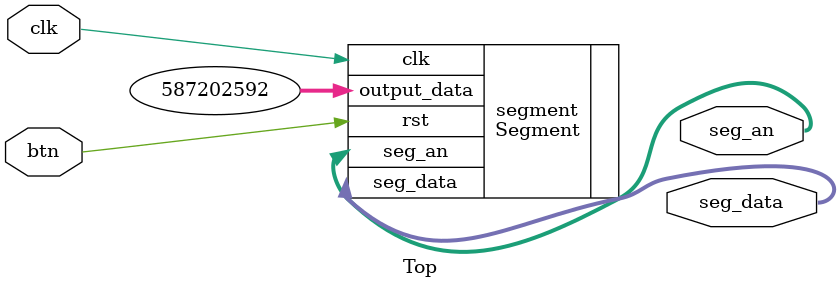
<source format=v>
`timescale 1ns / 1ps

module Top(
    input                   clk,
    input                   btn,
    output [2:0]            seg_an,
    output [3:0]            seg_data
);
Segment segment(
    .clk(clk),
    .rst(btn),
    .output_data(32'h23000020),
    .seg_data(seg_data),
    .seg_an(seg_an)
);
endmodule
</source>
